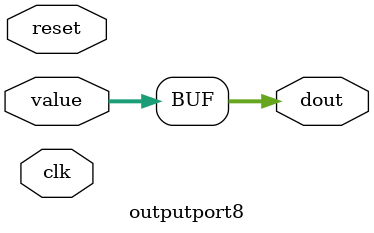
<source format=v>
`default_nettype none

module outputport8
  #(
    parameter WIDTH = 8
    )
   (
    input wire 		   clk,
    input wire 		   reset,

    output wire [WIDTH-1:0] dout,
    input wire signed [WIDTH-1:0] value
    );

   assign dout = value;
  
endmodule

`default_nettype wire

</source>
